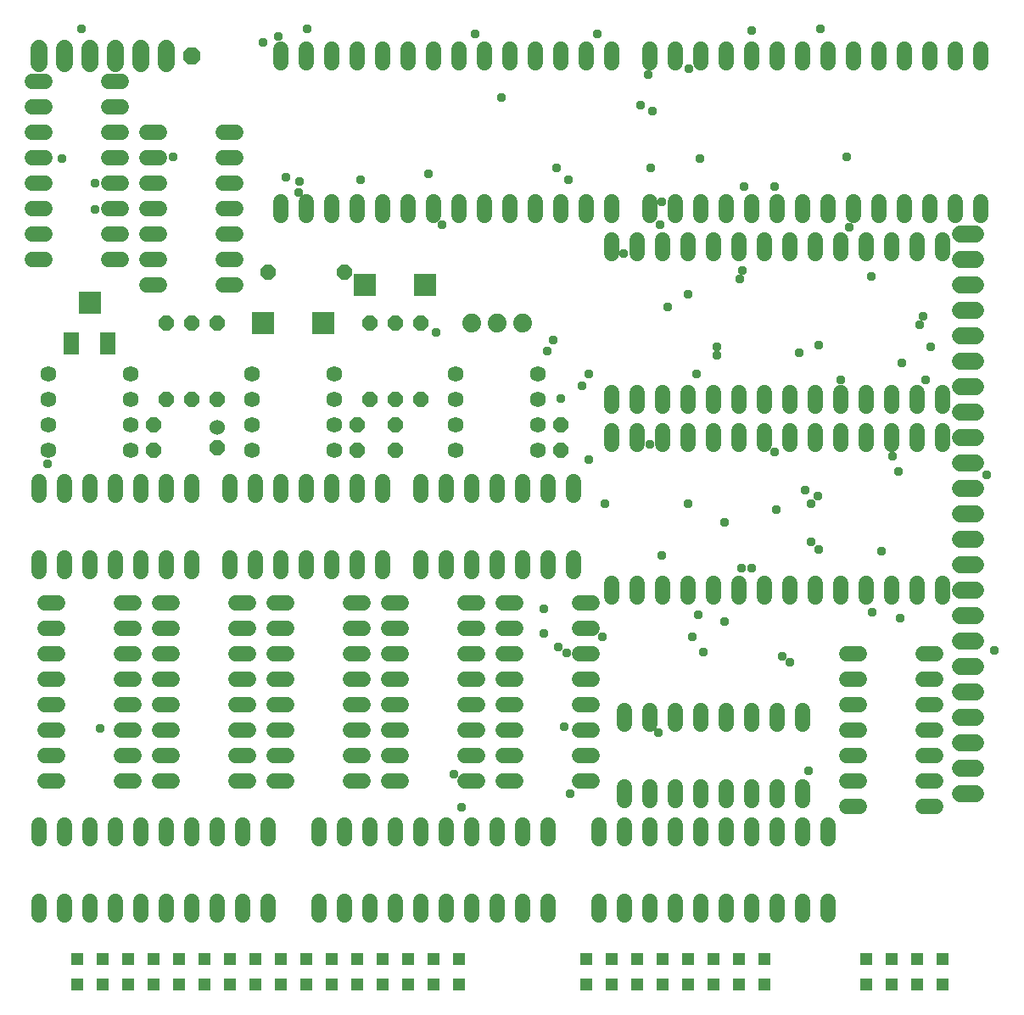
<source format=gbr>
G04 EAGLE Gerber RS-274X export*
G75*
%MOMM*%
%FSLAX34Y34*%
%LPD*%
%INSoldermask Top*%
%IPPOS*%
%AMOC8*
5,1,8,0,0,1.08239X$1,22.5*%
G01*
%ADD10P,1.649562X8X292.500000*%
%ADD11C,1.524000*%
%ADD12C,1.589200*%
%ADD13C,1.524000*%
%ADD14P,1.649562X8X112.500000*%
%ADD15R,1.503200X2.203200*%
%ADD16R,2.203200X2.203200*%
%ADD17C,1.879600*%
%ADD18R,1.261200X1.261200*%
%ADD19P,1.649562X8X22.500000*%
%ADD20C,1.727200*%
%ADD21P,1.869504X8X22.500000*%
%ADD22C,0.959600*%


D10*
X-927100Y574040D03*
D11*
X-927100Y594360D03*
D10*
X-990600Y596900D03*
X-990600Y571500D03*
X-787400Y596900D03*
X-787400Y571500D03*
X-749300Y596900D03*
X-749300Y571500D03*
X-584200Y596900D03*
X-584200Y571500D03*
D12*
X-1095400Y647700D03*
X-1095400Y622300D03*
X-1095400Y596900D03*
X-1095400Y571500D03*
X-1012800Y571500D03*
X-1012800Y596900D03*
X-1012800Y622300D03*
X-1012800Y647700D03*
X-892200Y647700D03*
X-892200Y622300D03*
X-892200Y596900D03*
X-892200Y571500D03*
X-809600Y571500D03*
X-809600Y596900D03*
X-809600Y622300D03*
X-809600Y647700D03*
X-689000Y647700D03*
X-689000Y622300D03*
X-689000Y596900D03*
X-689000Y571500D03*
X-606400Y571500D03*
X-606400Y596900D03*
X-606400Y622300D03*
X-606400Y647700D03*
D13*
X-723900Y463804D02*
X-723900Y450596D01*
X-698500Y450596D02*
X-698500Y463804D01*
X-571500Y463804D02*
X-571500Y450596D01*
X-571500Y526796D02*
X-571500Y540004D01*
X-673100Y463804D02*
X-673100Y450596D01*
X-647700Y450596D02*
X-647700Y463804D01*
X-596900Y463804D02*
X-596900Y450596D01*
X-622300Y450596D02*
X-622300Y463804D01*
X-596900Y526796D02*
X-596900Y540004D01*
X-622300Y540004D02*
X-622300Y526796D01*
X-647700Y526796D02*
X-647700Y540004D01*
X-673100Y540004D02*
X-673100Y526796D01*
X-698500Y526796D02*
X-698500Y540004D01*
X-723900Y540004D02*
X-723900Y526796D01*
X-914400Y463804D02*
X-914400Y450596D01*
X-889000Y450596D02*
X-889000Y463804D01*
X-762000Y463804D02*
X-762000Y450596D01*
X-762000Y526796D02*
X-762000Y540004D01*
X-863600Y463804D02*
X-863600Y450596D01*
X-838200Y450596D02*
X-838200Y463804D01*
X-787400Y463804D02*
X-787400Y450596D01*
X-812800Y450596D02*
X-812800Y463804D01*
X-787400Y526796D02*
X-787400Y540004D01*
X-812800Y540004D02*
X-812800Y526796D01*
X-838200Y526796D02*
X-838200Y540004D01*
X-863600Y540004D02*
X-863600Y526796D01*
X-889000Y526796D02*
X-889000Y540004D01*
X-914400Y540004D02*
X-914400Y526796D01*
X-1104900Y463804D02*
X-1104900Y450596D01*
X-1079500Y450596D02*
X-1079500Y463804D01*
X-952500Y463804D02*
X-952500Y450596D01*
X-952500Y526796D02*
X-952500Y540004D01*
X-1054100Y463804D02*
X-1054100Y450596D01*
X-1028700Y450596D02*
X-1028700Y463804D01*
X-977900Y463804D02*
X-977900Y450596D01*
X-1003300Y450596D02*
X-1003300Y463804D01*
X-977900Y526796D02*
X-977900Y540004D01*
X-1003300Y540004D02*
X-1003300Y526796D01*
X-1028700Y526796D02*
X-1028700Y540004D01*
X-1054100Y540004D02*
X-1054100Y526796D01*
X-1079500Y526796D02*
X-1079500Y540004D01*
X-1104900Y540004D02*
X-1104900Y526796D01*
D14*
X-977900Y622300D03*
X-977900Y698500D03*
D10*
X-952500Y698500D03*
X-952500Y622300D03*
D15*
X-1072100Y678500D03*
X-1036100Y678500D03*
D16*
X-1054100Y718500D03*
D14*
X-774700Y622300D03*
X-774700Y698500D03*
X-927100Y622300D03*
X-927100Y698500D03*
X-749300Y622300D03*
X-749300Y698500D03*
X-723900Y622300D03*
X-723900Y698500D03*
D17*
X-647700Y698500D03*
X-673100Y698500D03*
X-622300Y698500D03*
D16*
X-820900Y698500D03*
X-880900Y698500D03*
D13*
X-565404Y241300D02*
X-552196Y241300D01*
X-552196Y266700D02*
X-565404Y266700D01*
X-565404Y393700D02*
X-552196Y393700D01*
X-552196Y419100D02*
X-565404Y419100D01*
X-565404Y292100D02*
X-552196Y292100D01*
X-552196Y317500D02*
X-565404Y317500D01*
X-565404Y368300D02*
X-552196Y368300D01*
X-552196Y342900D02*
X-565404Y342900D01*
X-628396Y419100D02*
X-641604Y419100D01*
X-641604Y393700D02*
X-628396Y393700D01*
X-628396Y368300D02*
X-641604Y368300D01*
X-641604Y342900D02*
X-628396Y342900D01*
X-628396Y317500D02*
X-641604Y317500D01*
X-641604Y292100D02*
X-628396Y292100D01*
X-628396Y266700D02*
X-641604Y266700D01*
X-641604Y241300D02*
X-628396Y241300D01*
X-342900Y298196D02*
X-342900Y311404D01*
X-368300Y311404D02*
X-368300Y298196D01*
X-495300Y298196D02*
X-495300Y311404D01*
X-520700Y311404D02*
X-520700Y298196D01*
X-393700Y298196D02*
X-393700Y311404D01*
X-419100Y311404D02*
X-419100Y298196D01*
X-469900Y298196D02*
X-469900Y311404D01*
X-444500Y311404D02*
X-444500Y298196D01*
X-520700Y235204D02*
X-520700Y221996D01*
X-495300Y221996D02*
X-495300Y235204D01*
X-469900Y235204D02*
X-469900Y221996D01*
X-444500Y221996D02*
X-444500Y235204D01*
X-419100Y235204D02*
X-419100Y221996D01*
X-393700Y221996D02*
X-393700Y235204D01*
X-368300Y235204D02*
X-368300Y221996D01*
X-342900Y221996D02*
X-342900Y235204D01*
X-546100Y120904D02*
X-546100Y107696D01*
X-520700Y107696D02*
X-520700Y120904D01*
X-393700Y120904D02*
X-393700Y107696D01*
X-368300Y107696D02*
X-368300Y120904D01*
X-495300Y120904D02*
X-495300Y107696D01*
X-469900Y107696D02*
X-469900Y120904D01*
X-419100Y120904D02*
X-419100Y107696D01*
X-444500Y107696D02*
X-444500Y120904D01*
X-342900Y120904D02*
X-342900Y107696D01*
X-317500Y107696D02*
X-317500Y120904D01*
X-317500Y183896D02*
X-317500Y197104D01*
X-342900Y197104D02*
X-342900Y183896D01*
X-368300Y183896D02*
X-368300Y197104D01*
X-393700Y197104D02*
X-393700Y183896D01*
X-419100Y183896D02*
X-419100Y197104D01*
X-444500Y197104D02*
X-444500Y183896D01*
X-469900Y183896D02*
X-469900Y197104D01*
X-495300Y197104D02*
X-495300Y183896D01*
X-520700Y183896D02*
X-520700Y197104D01*
X-546100Y197104D02*
X-546100Y183896D01*
D18*
X-1066800Y38100D03*
X-1041400Y38100D03*
X-1016000Y38100D03*
X-990600Y38100D03*
X-965200Y38100D03*
X-939800Y38100D03*
X-914400Y38100D03*
X-889000Y38100D03*
X-863600Y38100D03*
X-838200Y38100D03*
X-812800Y38100D03*
X-787400Y38100D03*
X-762000Y38100D03*
X-736600Y38100D03*
X-711200Y38100D03*
X-685800Y38100D03*
X-558800Y38100D03*
X-533400Y38100D03*
X-508000Y38100D03*
X-482600Y38100D03*
X-457200Y38100D03*
X-431800Y38100D03*
X-406400Y38100D03*
X-381000Y38100D03*
X-279400Y38100D03*
X-228600Y38100D03*
X-203200Y38100D03*
X-254000Y38100D03*
X-1066800Y63500D03*
X-1041400Y63500D03*
X-1016000Y63500D03*
X-990600Y63500D03*
X-965200Y63500D03*
X-939800Y63500D03*
X-914400Y63500D03*
X-889000Y63500D03*
X-863600Y63500D03*
X-838200Y63500D03*
X-812800Y63500D03*
X-787400Y63500D03*
X-762000Y63500D03*
X-736600Y63500D03*
X-711200Y63500D03*
X-685800Y63500D03*
X-558800Y63500D03*
X-533400Y63500D03*
X-508000Y63500D03*
X-482600Y63500D03*
X-457200Y63500D03*
X-431800Y63500D03*
X-406400Y63500D03*
X-381000Y63500D03*
X-279400Y63500D03*
X-228600Y63500D03*
X-203200Y63500D03*
X-254000Y63500D03*
D13*
X-1104900Y107696D02*
X-1104900Y120904D01*
X-1079500Y120904D02*
X-1079500Y107696D01*
X-952500Y107696D02*
X-952500Y120904D01*
X-927100Y120904D02*
X-927100Y107696D01*
X-1054100Y107696D02*
X-1054100Y120904D01*
X-1028700Y120904D02*
X-1028700Y107696D01*
X-977900Y107696D02*
X-977900Y120904D01*
X-1003300Y120904D02*
X-1003300Y107696D01*
X-901700Y107696D02*
X-901700Y120904D01*
X-876300Y120904D02*
X-876300Y107696D01*
X-876300Y183896D02*
X-876300Y197104D01*
X-901700Y197104D02*
X-901700Y183896D01*
X-927100Y183896D02*
X-927100Y197104D01*
X-952500Y197104D02*
X-952500Y183896D01*
X-977900Y183896D02*
X-977900Y197104D01*
X-1003300Y197104D02*
X-1003300Y183896D01*
X-1028700Y183896D02*
X-1028700Y197104D01*
X-1054100Y197104D02*
X-1054100Y183896D01*
X-1079500Y183896D02*
X-1079500Y197104D01*
X-1104900Y197104D02*
X-1104900Y183896D01*
X-825500Y120904D02*
X-825500Y107696D01*
X-800100Y107696D02*
X-800100Y120904D01*
X-673100Y120904D02*
X-673100Y107696D01*
X-647700Y107696D02*
X-647700Y120904D01*
X-774700Y120904D02*
X-774700Y107696D01*
X-749300Y107696D02*
X-749300Y120904D01*
X-698500Y120904D02*
X-698500Y107696D01*
X-723900Y107696D02*
X-723900Y120904D01*
X-622300Y120904D02*
X-622300Y107696D01*
X-596900Y107696D02*
X-596900Y120904D01*
X-596900Y183896D02*
X-596900Y197104D01*
X-622300Y197104D02*
X-622300Y183896D01*
X-647700Y183896D02*
X-647700Y197104D01*
X-673100Y197104D02*
X-673100Y183896D01*
X-698500Y183896D02*
X-698500Y197104D01*
X-723900Y197104D02*
X-723900Y183896D01*
X-749300Y183896D02*
X-749300Y197104D01*
X-774700Y197104D02*
X-774700Y183896D01*
X-800100Y183896D02*
X-800100Y197104D01*
X-825500Y197104D02*
X-825500Y183896D01*
X-1009396Y241300D02*
X-1022604Y241300D01*
X-1022604Y266700D02*
X-1009396Y266700D01*
X-1009396Y292100D02*
X-1022604Y292100D01*
X-1022604Y317500D02*
X-1009396Y317500D01*
X-1009396Y342900D02*
X-1022604Y342900D01*
X-1022604Y368300D02*
X-1009396Y368300D01*
X-1009396Y393700D02*
X-1022604Y393700D01*
X-1022604Y419100D02*
X-1009396Y419100D01*
X-1085596Y419100D02*
X-1098804Y419100D01*
X-1098804Y393700D02*
X-1085596Y393700D01*
X-1085596Y368300D02*
X-1098804Y368300D01*
X-1098804Y342900D02*
X-1085596Y342900D01*
X-1085596Y317500D02*
X-1098804Y317500D01*
X-1098804Y292100D02*
X-1085596Y292100D01*
X-1085596Y266700D02*
X-1098804Y266700D01*
X-1098804Y241300D02*
X-1085596Y241300D01*
X-908304Y241300D02*
X-895096Y241300D01*
X-895096Y266700D02*
X-908304Y266700D01*
X-908304Y292100D02*
X-895096Y292100D01*
X-895096Y317500D02*
X-908304Y317500D01*
X-908304Y342900D02*
X-895096Y342900D01*
X-895096Y368300D02*
X-908304Y368300D01*
X-908304Y393700D02*
X-895096Y393700D01*
X-895096Y419100D02*
X-908304Y419100D01*
X-971296Y419100D02*
X-984504Y419100D01*
X-984504Y393700D02*
X-971296Y393700D01*
X-971296Y368300D02*
X-984504Y368300D01*
X-984504Y342900D02*
X-971296Y342900D01*
X-971296Y317500D02*
X-984504Y317500D01*
X-984504Y292100D02*
X-971296Y292100D01*
X-971296Y266700D02*
X-984504Y266700D01*
X-984504Y241300D02*
X-971296Y241300D01*
X-794004Y241300D02*
X-780796Y241300D01*
X-780796Y266700D02*
X-794004Y266700D01*
X-794004Y292100D02*
X-780796Y292100D01*
X-780796Y317500D02*
X-794004Y317500D01*
X-794004Y342900D02*
X-780796Y342900D01*
X-780796Y368300D02*
X-794004Y368300D01*
X-794004Y393700D02*
X-780796Y393700D01*
X-780796Y419100D02*
X-794004Y419100D01*
X-856996Y419100D02*
X-870204Y419100D01*
X-870204Y393700D02*
X-856996Y393700D01*
X-856996Y368300D02*
X-870204Y368300D01*
X-870204Y342900D02*
X-856996Y342900D01*
X-856996Y317500D02*
X-870204Y317500D01*
X-870204Y292100D02*
X-856996Y292100D01*
X-856996Y266700D02*
X-870204Y266700D01*
X-870204Y241300D02*
X-856996Y241300D01*
X-679704Y241300D02*
X-666496Y241300D01*
X-666496Y266700D02*
X-679704Y266700D01*
X-679704Y292100D02*
X-666496Y292100D01*
X-666496Y317500D02*
X-679704Y317500D01*
X-679704Y342900D02*
X-666496Y342900D01*
X-666496Y368300D02*
X-679704Y368300D01*
X-679704Y393700D02*
X-666496Y393700D01*
X-666496Y419100D02*
X-679704Y419100D01*
X-742696Y419100D02*
X-755904Y419100D01*
X-755904Y393700D02*
X-742696Y393700D01*
X-742696Y368300D02*
X-755904Y368300D01*
X-755904Y342900D02*
X-742696Y342900D01*
X-742696Y317500D02*
X-755904Y317500D01*
X-755904Y292100D02*
X-742696Y292100D01*
X-742696Y266700D02*
X-755904Y266700D01*
X-755904Y241300D02*
X-742696Y241300D01*
X-222504Y215900D02*
X-209296Y215900D01*
X-209296Y241300D02*
X-222504Y241300D01*
X-222504Y368300D02*
X-209296Y368300D01*
X-285496Y368300D02*
X-298704Y368300D01*
X-222504Y266700D02*
X-209296Y266700D01*
X-209296Y292100D02*
X-222504Y292100D01*
X-222504Y342900D02*
X-209296Y342900D01*
X-209296Y317500D02*
X-222504Y317500D01*
X-285496Y342900D02*
X-298704Y342900D01*
X-298704Y317500D02*
X-285496Y317500D01*
X-285496Y292100D02*
X-298704Y292100D01*
X-298704Y266700D02*
X-285496Y266700D01*
X-285496Y241300D02*
X-298704Y241300D01*
X-298704Y215900D02*
X-285496Y215900D01*
X-907796Y736600D02*
X-921004Y736600D01*
X-921004Y762000D02*
X-907796Y762000D01*
X-907796Y889000D02*
X-921004Y889000D01*
X-983996Y889000D02*
X-997204Y889000D01*
X-921004Y787400D02*
X-907796Y787400D01*
X-907796Y812800D02*
X-921004Y812800D01*
X-921004Y863600D02*
X-907796Y863600D01*
X-907796Y838200D02*
X-921004Y838200D01*
X-983996Y863600D02*
X-997204Y863600D01*
X-997204Y838200D02*
X-983996Y838200D01*
X-983996Y812800D02*
X-997204Y812800D01*
X-997204Y787400D02*
X-983996Y787400D01*
X-983996Y762000D02*
X-997204Y762000D01*
X-997204Y736600D02*
X-983996Y736600D01*
D19*
X-876300Y749300D03*
X-800100Y749300D03*
D16*
X-719300Y736600D03*
X-779300Y736600D03*
D13*
X-533400Y438404D02*
X-533400Y425196D01*
X-508000Y425196D02*
X-508000Y438404D01*
X-482600Y438404D02*
X-482600Y425196D01*
X-457200Y425196D02*
X-457200Y438404D01*
X-431800Y438404D02*
X-431800Y425196D01*
X-406400Y425196D02*
X-406400Y438404D01*
X-381000Y438404D02*
X-381000Y425196D01*
X-355600Y425196D02*
X-355600Y438404D01*
X-330200Y438404D02*
X-330200Y425196D01*
X-304800Y425196D02*
X-304800Y438404D01*
X-279400Y438404D02*
X-279400Y425196D01*
X-254000Y425196D02*
X-254000Y438404D01*
X-228600Y438404D02*
X-228600Y425196D01*
X-203200Y425196D02*
X-203200Y438404D01*
X-203200Y577596D02*
X-203200Y590804D01*
X-228600Y590804D02*
X-228600Y577596D01*
X-254000Y577596D02*
X-254000Y590804D01*
X-279400Y590804D02*
X-279400Y577596D01*
X-304800Y577596D02*
X-304800Y590804D01*
X-330200Y590804D02*
X-330200Y577596D01*
X-355600Y577596D02*
X-355600Y590804D01*
X-381000Y590804D02*
X-381000Y577596D01*
X-406400Y577596D02*
X-406400Y590804D01*
X-431800Y590804D02*
X-431800Y577596D01*
X-457200Y577596D02*
X-457200Y590804D01*
X-482600Y590804D02*
X-482600Y577596D01*
X-508000Y577596D02*
X-508000Y590804D01*
X-533400Y590804D02*
X-533400Y577596D01*
X-533400Y615696D02*
X-533400Y628904D01*
X-508000Y628904D02*
X-508000Y615696D01*
X-482600Y615696D02*
X-482600Y628904D01*
X-457200Y628904D02*
X-457200Y615696D01*
X-431800Y615696D02*
X-431800Y628904D01*
X-406400Y628904D02*
X-406400Y615696D01*
X-381000Y615696D02*
X-381000Y628904D01*
X-355600Y628904D02*
X-355600Y615696D01*
X-330200Y615696D02*
X-330200Y628904D01*
X-304800Y628904D02*
X-304800Y615696D01*
X-279400Y615696D02*
X-279400Y628904D01*
X-254000Y628904D02*
X-254000Y615696D01*
X-228600Y615696D02*
X-228600Y628904D01*
X-203200Y628904D02*
X-203200Y615696D01*
X-203200Y768096D02*
X-203200Y781304D01*
X-228600Y781304D02*
X-228600Y768096D01*
X-254000Y768096D02*
X-254000Y781304D01*
X-279400Y781304D02*
X-279400Y768096D01*
X-304800Y768096D02*
X-304800Y781304D01*
X-330200Y781304D02*
X-330200Y768096D01*
X-355600Y768096D02*
X-355600Y781304D01*
X-381000Y781304D02*
X-381000Y768096D01*
X-406400Y768096D02*
X-406400Y781304D01*
X-431800Y781304D02*
X-431800Y768096D01*
X-457200Y768096D02*
X-457200Y781304D01*
X-482600Y781304D02*
X-482600Y768096D01*
X-508000Y768096D02*
X-508000Y781304D01*
X-533400Y781304D02*
X-533400Y768096D01*
X-495300Y806196D02*
X-495300Y819404D01*
X-469900Y819404D02*
X-469900Y806196D01*
X-444500Y806196D02*
X-444500Y819404D01*
X-419100Y819404D02*
X-419100Y806196D01*
X-393700Y806196D02*
X-393700Y819404D01*
X-368300Y819404D02*
X-368300Y806196D01*
X-342900Y806196D02*
X-342900Y819404D01*
X-317500Y819404D02*
X-317500Y806196D01*
X-292100Y806196D02*
X-292100Y819404D01*
X-266700Y819404D02*
X-266700Y806196D01*
X-241300Y806196D02*
X-241300Y819404D01*
X-215900Y819404D02*
X-215900Y806196D01*
X-190500Y806196D02*
X-190500Y819404D01*
X-165100Y819404D02*
X-165100Y806196D01*
X-165100Y958596D02*
X-165100Y971804D01*
X-190500Y971804D02*
X-190500Y958596D01*
X-215900Y958596D02*
X-215900Y971804D01*
X-241300Y971804D02*
X-241300Y958596D01*
X-266700Y958596D02*
X-266700Y971804D01*
X-292100Y971804D02*
X-292100Y958596D01*
X-317500Y958596D02*
X-317500Y971804D01*
X-342900Y971804D02*
X-342900Y958596D01*
X-368300Y958596D02*
X-368300Y971804D01*
X-393700Y971804D02*
X-393700Y958596D01*
X-419100Y958596D02*
X-419100Y971804D01*
X-444500Y971804D02*
X-444500Y958596D01*
X-469900Y958596D02*
X-469900Y971804D01*
X-495300Y971804D02*
X-495300Y958596D01*
X-863600Y819404D02*
X-863600Y806196D01*
X-838200Y806196D02*
X-838200Y819404D01*
X-812800Y819404D02*
X-812800Y806196D01*
X-787400Y806196D02*
X-787400Y819404D01*
X-762000Y819404D02*
X-762000Y806196D01*
X-736600Y806196D02*
X-736600Y819404D01*
X-711200Y819404D02*
X-711200Y806196D01*
X-685800Y806196D02*
X-685800Y819404D01*
X-660400Y819404D02*
X-660400Y806196D01*
X-635000Y806196D02*
X-635000Y819404D01*
X-609600Y819404D02*
X-609600Y806196D01*
X-584200Y806196D02*
X-584200Y819404D01*
X-558800Y819404D02*
X-558800Y806196D01*
X-533400Y806196D02*
X-533400Y819404D01*
X-533400Y958596D02*
X-533400Y971804D01*
X-558800Y971804D02*
X-558800Y958596D01*
X-584200Y958596D02*
X-584200Y971804D01*
X-609600Y971804D02*
X-609600Y958596D01*
X-635000Y958596D02*
X-635000Y971804D01*
X-660400Y971804D02*
X-660400Y958596D01*
X-685800Y958596D02*
X-685800Y971804D01*
X-711200Y971804D02*
X-711200Y958596D01*
X-736600Y958596D02*
X-736600Y971804D01*
X-762000Y971804D02*
X-762000Y958596D01*
X-787400Y958596D02*
X-787400Y971804D01*
X-812800Y971804D02*
X-812800Y958596D01*
X-838200Y958596D02*
X-838200Y971804D01*
X-863600Y971804D02*
X-863600Y958596D01*
X-1022096Y762000D02*
X-1035304Y762000D01*
X-1035304Y787400D02*
X-1022096Y787400D01*
X-1022096Y812800D02*
X-1035304Y812800D01*
X-1035304Y838200D02*
X-1022096Y838200D01*
X-1022096Y863600D02*
X-1035304Y863600D01*
X-1035304Y889000D02*
X-1022096Y889000D01*
X-1022096Y914400D02*
X-1035304Y914400D01*
X-1035304Y939800D02*
X-1022096Y939800D01*
X-1098296Y939800D02*
X-1111504Y939800D01*
X-1111504Y914400D02*
X-1098296Y914400D01*
X-1098296Y889000D02*
X-1111504Y889000D01*
X-1111504Y863600D02*
X-1098296Y863600D01*
X-1098296Y838200D02*
X-1111504Y838200D01*
X-1111504Y812800D02*
X-1098296Y812800D01*
X-1098296Y787400D02*
X-1111504Y787400D01*
X-1111504Y762000D02*
X-1098296Y762000D01*
D20*
X-185420Y406400D02*
X-170180Y406400D01*
X-170180Y381000D02*
X-185420Y381000D01*
X-185420Y355600D02*
X-170180Y355600D01*
X-170180Y330200D02*
X-185420Y330200D01*
X-185420Y304800D02*
X-170180Y304800D01*
X-170180Y279400D02*
X-185420Y279400D01*
X-185420Y254000D02*
X-170180Y254000D01*
X-170180Y228600D02*
X-185420Y228600D01*
X-1104900Y957580D02*
X-1104900Y972820D01*
X-1079500Y972820D02*
X-1079500Y957580D01*
X-1054100Y957580D02*
X-1054100Y972820D01*
X-1028700Y972820D02*
X-1028700Y957580D01*
X-1003300Y957580D02*
X-1003300Y972820D01*
X-977900Y972820D02*
X-977900Y957580D01*
X-185420Y787400D02*
X-170180Y787400D01*
X-170180Y762000D02*
X-185420Y762000D01*
X-185420Y736600D02*
X-170180Y736600D01*
X-170180Y711200D02*
X-185420Y711200D01*
X-185420Y685800D02*
X-170180Y685800D01*
X-170180Y660400D02*
X-185420Y660400D01*
X-185420Y635000D02*
X-170180Y635000D01*
X-170180Y609600D02*
X-185420Y609600D01*
X-185420Y584200D02*
X-170180Y584200D01*
X-170180Y558800D02*
X-185420Y558800D01*
X-185420Y533400D02*
X-170180Y533400D01*
X-170180Y508000D02*
X-185420Y508000D01*
X-185420Y482600D02*
X-170180Y482600D01*
X-170180Y457200D02*
X-185420Y457200D01*
X-185420Y431800D02*
X-170180Y431800D01*
D21*
X-952500Y965200D03*
D22*
X-336804Y251460D03*
X-1043940Y294132D03*
X-1095756Y557784D03*
X-368808Y512064D03*
X-403860Y454152D03*
X-690372Y248412D03*
X-682752Y214884D03*
X-486156Y289560D03*
X-600456Y413004D03*
X-600456Y388620D03*
X-586740Y374904D03*
X-457200Y726948D03*
X-355092Y359664D03*
X-393192Y454152D03*
X-457200Y518160D03*
X-362712Y365760D03*
X-539496Y518160D03*
X-495300Y577596D03*
X-562356Y635508D03*
X-420624Y400812D03*
X-446532Y406908D03*
X-452628Y385572D03*
X-542544Y385572D03*
X-577596Y368808D03*
X-483108Y819912D03*
X-591312Y681228D03*
X-702564Y797052D03*
X-574548Y228600D03*
X-441960Y370332D03*
X-477012Y714756D03*
X-428244Y665988D03*
X-597408Y670560D03*
X-580644Y295656D03*
X-643128Y923544D03*
X-493776Y853440D03*
X-547116Y987552D03*
X-326136Y472440D03*
X-327660Y525780D03*
X-1048512Y812292D03*
X-708660Y688848D03*
X-333756Y480060D03*
X-333756Y518160D03*
X-1048512Y838200D03*
X-858012Y844296D03*
X-716280Y847344D03*
X-484632Y797052D03*
X-420624Y499872D03*
X-370332Y569976D03*
X-556260Y647700D03*
X-1082040Y862584D03*
X-845820Y829056D03*
X-150876Y371856D03*
X-393192Y990600D03*
X-448056Y647700D03*
X-245364Y403860D03*
X-263652Y470916D03*
X-339852Y531876D03*
X-455676Y952500D03*
X-345948Y669036D03*
X-326136Y676656D03*
X-405384Y742188D03*
X-324612Y992124D03*
X-836676Y992124D03*
X-880872Y978408D03*
X-370332Y835152D03*
X-400812Y835152D03*
X-844296Y839724D03*
X-496824Y946404D03*
X-669036Y987552D03*
X-865632Y984504D03*
X-158496Y547116D03*
X-1062228Y992124D03*
X-556260Y562356D03*
X-970788Y864108D03*
X-222504Y705612D03*
X-214884Y675132D03*
X-504444Y915924D03*
X-295656Y794004D03*
X-298704Y864108D03*
X-243840Y658368D03*
X-219456Y641604D03*
X-492252Y909828D03*
X-274320Y745236D03*
X-225552Y696468D03*
X-783336Y841248D03*
X-483108Y466344D03*
X-272796Y409956D03*
X-521208Y768096D03*
X-428244Y675132D03*
X-304800Y641604D03*
X-445008Y862584D03*
X-402336Y751332D03*
X-246888Y550164D03*
X-588264Y853440D03*
X-576072Y841248D03*
X-252984Y565404D03*
X-583692Y623316D03*
M02*

</source>
